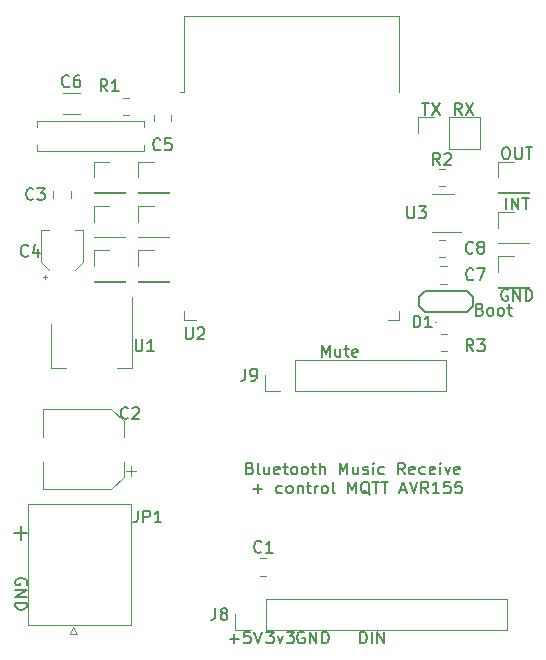
<source format=gbr>
%TF.GenerationSoftware,KiCad,Pcbnew,5.99.0-unknown-2b86b34124~125~ubuntu18.04.1*%
%TF.CreationDate,2021-04-08T16:17:32+02:00*%
%TF.ProjectId,controlAVR155,636f6e74-726f-46c4-9156-523135352e6b,rev?*%
%TF.SameCoordinates,Original*%
%TF.FileFunction,Legend,Top*%
%TF.FilePolarity,Positive*%
%FSLAX46Y46*%
G04 Gerber Fmt 4.6, Leading zero omitted, Abs format (unit mm)*
G04 Created by KiCad (PCBNEW 5.99.0-unknown-2b86b34124~125~ubuntu18.04.1) date 2021-04-08 16:17:32*
%MOMM*%
%LPD*%
G01*
G04 APERTURE LIST*
%ADD10C,0.150000*%
%ADD11C,0.120000*%
%ADD12C,0.100000*%
G04 APERTURE END LIST*
D10*
X146750000Y-76952380D02*
X146940476Y-76952380D01*
X147035714Y-77000000D01*
X147130952Y-77095238D01*
X147178571Y-77285714D01*
X147178571Y-77619047D01*
X147130952Y-77809523D01*
X147035714Y-77904761D01*
X146940476Y-77952380D01*
X146750000Y-77952380D01*
X146654761Y-77904761D01*
X146559523Y-77809523D01*
X146511904Y-77619047D01*
X146511904Y-77285714D01*
X146559523Y-77095238D01*
X146654761Y-77000000D01*
X146750000Y-76952380D01*
X147607142Y-76952380D02*
X147607142Y-77761904D01*
X147654761Y-77857142D01*
X147702380Y-77904761D01*
X147797619Y-77952380D01*
X147988095Y-77952380D01*
X148083333Y-77904761D01*
X148130952Y-77857142D01*
X148178571Y-77761904D01*
X148178571Y-76952380D01*
X148511904Y-76952380D02*
X149083333Y-76952380D01*
X148797619Y-77952380D02*
X148797619Y-76952380D01*
X123464285Y-118571428D02*
X124226190Y-118571428D01*
X123845238Y-118952380D02*
X123845238Y-118190476D01*
X125178571Y-117952380D02*
X124702380Y-117952380D01*
X124654761Y-118428571D01*
X124702380Y-118380952D01*
X124797619Y-118333333D01*
X125035714Y-118333333D01*
X125130952Y-118380952D01*
X125178571Y-118428571D01*
X125226190Y-118523809D01*
X125226190Y-118761904D01*
X125178571Y-118857142D01*
X125130952Y-118904761D01*
X125035714Y-118952380D01*
X124797619Y-118952380D01*
X124702380Y-118904761D01*
X124654761Y-118857142D01*
X125511904Y-117952380D02*
X125845238Y-118952380D01*
X126178571Y-117952380D01*
X146845238Y-82202380D02*
X146845238Y-81202380D01*
X147321428Y-82202380D02*
X147321428Y-81202380D01*
X147892857Y-82202380D01*
X147892857Y-81202380D01*
X148226190Y-81202380D02*
X148797619Y-81202380D01*
X148511904Y-82202380D02*
X148511904Y-81202380D01*
X143083333Y-74202380D02*
X142750000Y-73726190D01*
X142511904Y-74202380D02*
X142511904Y-73202380D01*
X142892857Y-73202380D01*
X142988095Y-73250000D01*
X143035714Y-73297619D01*
X143083333Y-73392857D01*
X143083333Y-73535714D01*
X143035714Y-73630952D01*
X142988095Y-73678571D01*
X142892857Y-73726190D01*
X142511904Y-73726190D01*
X143416666Y-73202380D02*
X144083333Y-74202380D01*
X144083333Y-73202380D02*
X143416666Y-74202380D01*
X131250000Y-94702380D02*
X131250000Y-93702380D01*
X131583333Y-94416666D01*
X131916666Y-93702380D01*
X131916666Y-94702380D01*
X132821428Y-94035714D02*
X132821428Y-94702380D01*
X132392857Y-94035714D02*
X132392857Y-94559523D01*
X132440476Y-94654761D01*
X132535714Y-94702380D01*
X132678571Y-94702380D01*
X132773809Y-94654761D01*
X132821428Y-94607142D01*
X133154761Y-94035714D02*
X133535714Y-94035714D01*
X133297619Y-93702380D02*
X133297619Y-94559523D01*
X133345238Y-94654761D01*
X133440476Y-94702380D01*
X133535714Y-94702380D01*
X134250000Y-94654761D02*
X134154761Y-94702380D01*
X133964285Y-94702380D01*
X133869047Y-94654761D01*
X133821428Y-94559523D01*
X133821428Y-94178571D01*
X133869047Y-94083333D01*
X133964285Y-94035714D01*
X134154761Y-94035714D01*
X134250000Y-94083333D01*
X134297619Y-94178571D01*
X134297619Y-94273809D01*
X133821428Y-94369047D01*
X105178571Y-109607142D02*
X106321428Y-109607142D01*
X105750000Y-110178571D02*
X105750000Y-109035714D01*
X129738095Y-118000000D02*
X129642857Y-117952380D01*
X129500000Y-117952380D01*
X129357142Y-118000000D01*
X129261904Y-118095238D01*
X129214285Y-118190476D01*
X129166666Y-118380952D01*
X129166666Y-118523809D01*
X129214285Y-118714285D01*
X129261904Y-118809523D01*
X129357142Y-118904761D01*
X129500000Y-118952380D01*
X129595238Y-118952380D01*
X129738095Y-118904761D01*
X129785714Y-118857142D01*
X129785714Y-118523809D01*
X129595238Y-118523809D01*
X130214285Y-118952380D02*
X130214285Y-117952380D01*
X130785714Y-118952380D01*
X130785714Y-117952380D01*
X131261904Y-118952380D02*
X131261904Y-117952380D01*
X131500000Y-117952380D01*
X131642857Y-118000000D01*
X131738095Y-118095238D01*
X131785714Y-118190476D01*
X131833333Y-118380952D01*
X131833333Y-118523809D01*
X131785714Y-118714285D01*
X131738095Y-118809523D01*
X131642857Y-118904761D01*
X131500000Y-118952380D01*
X131261904Y-118952380D01*
X134476190Y-118952380D02*
X134476190Y-117952380D01*
X134714285Y-117952380D01*
X134857142Y-118000000D01*
X134952380Y-118095238D01*
X135000000Y-118190476D01*
X135047619Y-118380952D01*
X135047619Y-118523809D01*
X135000000Y-118714285D01*
X134952380Y-118809523D01*
X134857142Y-118904761D01*
X134714285Y-118952380D01*
X134476190Y-118952380D01*
X135476190Y-118952380D02*
X135476190Y-117952380D01*
X135952380Y-118952380D02*
X135952380Y-117952380D01*
X136523809Y-118952380D01*
X136523809Y-117952380D01*
X126559523Y-117952380D02*
X127178571Y-117952380D01*
X126845238Y-118333333D01*
X126988095Y-118333333D01*
X127083333Y-118380952D01*
X127130952Y-118428571D01*
X127178571Y-118523809D01*
X127178571Y-118761904D01*
X127130952Y-118857142D01*
X127083333Y-118904761D01*
X126988095Y-118952380D01*
X126702380Y-118952380D01*
X126607142Y-118904761D01*
X126559523Y-118857142D01*
X127511904Y-118285714D02*
X127750000Y-118952380D01*
X127988095Y-118285714D01*
X128273809Y-117952380D02*
X128892857Y-117952380D01*
X128559523Y-118333333D01*
X128702380Y-118333333D01*
X128797619Y-118380952D01*
X128845238Y-118428571D01*
X128892857Y-118523809D01*
X128892857Y-118761904D01*
X128845238Y-118857142D01*
X128797619Y-118904761D01*
X128702380Y-118952380D01*
X128416666Y-118952380D01*
X128321428Y-118904761D01*
X128273809Y-118857142D01*
X125178571Y-104123571D02*
X125321428Y-104171190D01*
X125369047Y-104218809D01*
X125416666Y-104314047D01*
X125416666Y-104456904D01*
X125369047Y-104552142D01*
X125321428Y-104599761D01*
X125226190Y-104647380D01*
X124845238Y-104647380D01*
X124845238Y-103647380D01*
X125178571Y-103647380D01*
X125273809Y-103695000D01*
X125321428Y-103742619D01*
X125369047Y-103837857D01*
X125369047Y-103933095D01*
X125321428Y-104028333D01*
X125273809Y-104075952D01*
X125178571Y-104123571D01*
X124845238Y-104123571D01*
X125988095Y-104647380D02*
X125892857Y-104599761D01*
X125845238Y-104504523D01*
X125845238Y-103647380D01*
X126797619Y-103980714D02*
X126797619Y-104647380D01*
X126369047Y-103980714D02*
X126369047Y-104504523D01*
X126416666Y-104599761D01*
X126511904Y-104647380D01*
X126654761Y-104647380D01*
X126750000Y-104599761D01*
X126797619Y-104552142D01*
X127654761Y-104599761D02*
X127559523Y-104647380D01*
X127369047Y-104647380D01*
X127273809Y-104599761D01*
X127226190Y-104504523D01*
X127226190Y-104123571D01*
X127273809Y-104028333D01*
X127369047Y-103980714D01*
X127559523Y-103980714D01*
X127654761Y-104028333D01*
X127702380Y-104123571D01*
X127702380Y-104218809D01*
X127226190Y-104314047D01*
X127988095Y-103980714D02*
X128369047Y-103980714D01*
X128130952Y-103647380D02*
X128130952Y-104504523D01*
X128178571Y-104599761D01*
X128273809Y-104647380D01*
X128369047Y-104647380D01*
X128845238Y-104647380D02*
X128750000Y-104599761D01*
X128702380Y-104552142D01*
X128654761Y-104456904D01*
X128654761Y-104171190D01*
X128702380Y-104075952D01*
X128750000Y-104028333D01*
X128845238Y-103980714D01*
X128988095Y-103980714D01*
X129083333Y-104028333D01*
X129130952Y-104075952D01*
X129178571Y-104171190D01*
X129178571Y-104456904D01*
X129130952Y-104552142D01*
X129083333Y-104599761D01*
X128988095Y-104647380D01*
X128845238Y-104647380D01*
X129750000Y-104647380D02*
X129654761Y-104599761D01*
X129607142Y-104552142D01*
X129559523Y-104456904D01*
X129559523Y-104171190D01*
X129607142Y-104075952D01*
X129654761Y-104028333D01*
X129750000Y-103980714D01*
X129892857Y-103980714D01*
X129988095Y-104028333D01*
X130035714Y-104075952D01*
X130083333Y-104171190D01*
X130083333Y-104456904D01*
X130035714Y-104552142D01*
X129988095Y-104599761D01*
X129892857Y-104647380D01*
X129750000Y-104647380D01*
X130369047Y-103980714D02*
X130750000Y-103980714D01*
X130511904Y-103647380D02*
X130511904Y-104504523D01*
X130559523Y-104599761D01*
X130654761Y-104647380D01*
X130750000Y-104647380D01*
X131083333Y-104647380D02*
X131083333Y-103647380D01*
X131511904Y-104647380D02*
X131511904Y-104123571D01*
X131464285Y-104028333D01*
X131369047Y-103980714D01*
X131226190Y-103980714D01*
X131130952Y-104028333D01*
X131083333Y-104075952D01*
X132750000Y-104647380D02*
X132750000Y-103647380D01*
X133083333Y-104361666D01*
X133416666Y-103647380D01*
X133416666Y-104647380D01*
X134321428Y-103980714D02*
X134321428Y-104647380D01*
X133892857Y-103980714D02*
X133892857Y-104504523D01*
X133940476Y-104599761D01*
X134035714Y-104647380D01*
X134178571Y-104647380D01*
X134273809Y-104599761D01*
X134321428Y-104552142D01*
X134750000Y-104599761D02*
X134845238Y-104647380D01*
X135035714Y-104647380D01*
X135130952Y-104599761D01*
X135178571Y-104504523D01*
X135178571Y-104456904D01*
X135130952Y-104361666D01*
X135035714Y-104314047D01*
X134892857Y-104314047D01*
X134797619Y-104266428D01*
X134750000Y-104171190D01*
X134750000Y-104123571D01*
X134797619Y-104028333D01*
X134892857Y-103980714D01*
X135035714Y-103980714D01*
X135130952Y-104028333D01*
X135607142Y-104647380D02*
X135607142Y-103980714D01*
X135607142Y-103647380D02*
X135559523Y-103695000D01*
X135607142Y-103742619D01*
X135654761Y-103695000D01*
X135607142Y-103647380D01*
X135607142Y-103742619D01*
X136511904Y-104599761D02*
X136416666Y-104647380D01*
X136226190Y-104647380D01*
X136130952Y-104599761D01*
X136083333Y-104552142D01*
X136035714Y-104456904D01*
X136035714Y-104171190D01*
X136083333Y-104075952D01*
X136130952Y-104028333D01*
X136226190Y-103980714D01*
X136416666Y-103980714D01*
X136511904Y-104028333D01*
X138273809Y-104647380D02*
X137940476Y-104171190D01*
X137702380Y-104647380D02*
X137702380Y-103647380D01*
X138083333Y-103647380D01*
X138178571Y-103695000D01*
X138226190Y-103742619D01*
X138273809Y-103837857D01*
X138273809Y-103980714D01*
X138226190Y-104075952D01*
X138178571Y-104123571D01*
X138083333Y-104171190D01*
X137702380Y-104171190D01*
X139083333Y-104599761D02*
X138988095Y-104647380D01*
X138797619Y-104647380D01*
X138702380Y-104599761D01*
X138654761Y-104504523D01*
X138654761Y-104123571D01*
X138702380Y-104028333D01*
X138797619Y-103980714D01*
X138988095Y-103980714D01*
X139083333Y-104028333D01*
X139130952Y-104123571D01*
X139130952Y-104218809D01*
X138654761Y-104314047D01*
X139988095Y-104599761D02*
X139892857Y-104647380D01*
X139702380Y-104647380D01*
X139607142Y-104599761D01*
X139559523Y-104552142D01*
X139511904Y-104456904D01*
X139511904Y-104171190D01*
X139559523Y-104075952D01*
X139607142Y-104028333D01*
X139702380Y-103980714D01*
X139892857Y-103980714D01*
X139988095Y-104028333D01*
X140797619Y-104599761D02*
X140702380Y-104647380D01*
X140511904Y-104647380D01*
X140416666Y-104599761D01*
X140369047Y-104504523D01*
X140369047Y-104123571D01*
X140416666Y-104028333D01*
X140511904Y-103980714D01*
X140702380Y-103980714D01*
X140797619Y-104028333D01*
X140845238Y-104123571D01*
X140845238Y-104218809D01*
X140369047Y-104314047D01*
X141273809Y-104647380D02*
X141273809Y-103980714D01*
X141273809Y-103647380D02*
X141226190Y-103695000D01*
X141273809Y-103742619D01*
X141321428Y-103695000D01*
X141273809Y-103647380D01*
X141273809Y-103742619D01*
X141654761Y-103980714D02*
X141892857Y-104647380D01*
X142130952Y-103980714D01*
X142892857Y-104599761D02*
X142797619Y-104647380D01*
X142607142Y-104647380D01*
X142511904Y-104599761D01*
X142464285Y-104504523D01*
X142464285Y-104123571D01*
X142511904Y-104028333D01*
X142607142Y-103980714D01*
X142797619Y-103980714D01*
X142892857Y-104028333D01*
X142940476Y-104123571D01*
X142940476Y-104218809D01*
X142464285Y-104314047D01*
X125440476Y-105876428D02*
X126202380Y-105876428D01*
X125821428Y-106257380D02*
X125821428Y-105495476D01*
X127869047Y-106209761D02*
X127773809Y-106257380D01*
X127583333Y-106257380D01*
X127488095Y-106209761D01*
X127440476Y-106162142D01*
X127392857Y-106066904D01*
X127392857Y-105781190D01*
X127440476Y-105685952D01*
X127488095Y-105638333D01*
X127583333Y-105590714D01*
X127773809Y-105590714D01*
X127869047Y-105638333D01*
X128440476Y-106257380D02*
X128345238Y-106209761D01*
X128297619Y-106162142D01*
X128250000Y-106066904D01*
X128250000Y-105781190D01*
X128297619Y-105685952D01*
X128345238Y-105638333D01*
X128440476Y-105590714D01*
X128583333Y-105590714D01*
X128678571Y-105638333D01*
X128726190Y-105685952D01*
X128773809Y-105781190D01*
X128773809Y-106066904D01*
X128726190Y-106162142D01*
X128678571Y-106209761D01*
X128583333Y-106257380D01*
X128440476Y-106257380D01*
X129202380Y-105590714D02*
X129202380Y-106257380D01*
X129202380Y-105685952D02*
X129250000Y-105638333D01*
X129345238Y-105590714D01*
X129488095Y-105590714D01*
X129583333Y-105638333D01*
X129630952Y-105733571D01*
X129630952Y-106257380D01*
X129964285Y-105590714D02*
X130345238Y-105590714D01*
X130107142Y-105257380D02*
X130107142Y-106114523D01*
X130154761Y-106209761D01*
X130250000Y-106257380D01*
X130345238Y-106257380D01*
X130678571Y-106257380D02*
X130678571Y-105590714D01*
X130678571Y-105781190D02*
X130726190Y-105685952D01*
X130773809Y-105638333D01*
X130869047Y-105590714D01*
X130964285Y-105590714D01*
X131440476Y-106257380D02*
X131345238Y-106209761D01*
X131297619Y-106162142D01*
X131250000Y-106066904D01*
X131250000Y-105781190D01*
X131297619Y-105685952D01*
X131345238Y-105638333D01*
X131440476Y-105590714D01*
X131583333Y-105590714D01*
X131678571Y-105638333D01*
X131726190Y-105685952D01*
X131773809Y-105781190D01*
X131773809Y-106066904D01*
X131726190Y-106162142D01*
X131678571Y-106209761D01*
X131583333Y-106257380D01*
X131440476Y-106257380D01*
X132345238Y-106257380D02*
X132250000Y-106209761D01*
X132202380Y-106114523D01*
X132202380Y-105257380D01*
X133488095Y-106257380D02*
X133488095Y-105257380D01*
X133821428Y-105971666D01*
X134154761Y-105257380D01*
X134154761Y-106257380D01*
X135297619Y-106352619D02*
X135202380Y-106305000D01*
X135107142Y-106209761D01*
X134964285Y-106066904D01*
X134869047Y-106019285D01*
X134773809Y-106019285D01*
X134821428Y-106257380D02*
X134726190Y-106209761D01*
X134630952Y-106114523D01*
X134583333Y-105924047D01*
X134583333Y-105590714D01*
X134630952Y-105400238D01*
X134726190Y-105305000D01*
X134821428Y-105257380D01*
X135011904Y-105257380D01*
X135107142Y-105305000D01*
X135202380Y-105400238D01*
X135250000Y-105590714D01*
X135250000Y-105924047D01*
X135202380Y-106114523D01*
X135107142Y-106209761D01*
X135011904Y-106257380D01*
X134821428Y-106257380D01*
X135535714Y-105257380D02*
X136107142Y-105257380D01*
X135821428Y-106257380D02*
X135821428Y-105257380D01*
X136297619Y-105257380D02*
X136869047Y-105257380D01*
X136583333Y-106257380D02*
X136583333Y-105257380D01*
X137916666Y-105971666D02*
X138392857Y-105971666D01*
X137821428Y-106257380D02*
X138154761Y-105257380D01*
X138488095Y-106257380D01*
X138678571Y-105257380D02*
X139011904Y-106257380D01*
X139345238Y-105257380D01*
X140250000Y-106257380D02*
X139916666Y-105781190D01*
X139678571Y-106257380D02*
X139678571Y-105257380D01*
X140059523Y-105257380D01*
X140154761Y-105305000D01*
X140202380Y-105352619D01*
X140250000Y-105447857D01*
X140250000Y-105590714D01*
X140202380Y-105685952D01*
X140154761Y-105733571D01*
X140059523Y-105781190D01*
X139678571Y-105781190D01*
X141202380Y-106257380D02*
X140630952Y-106257380D01*
X140916666Y-106257380D02*
X140916666Y-105257380D01*
X140821428Y-105400238D01*
X140726190Y-105495476D01*
X140630952Y-105543095D01*
X142107142Y-105257380D02*
X141630952Y-105257380D01*
X141583333Y-105733571D01*
X141630952Y-105685952D01*
X141726190Y-105638333D01*
X141964285Y-105638333D01*
X142059523Y-105685952D01*
X142107142Y-105733571D01*
X142154761Y-105828809D01*
X142154761Y-106066904D01*
X142107142Y-106162142D01*
X142059523Y-106209761D01*
X141964285Y-106257380D01*
X141726190Y-106257380D01*
X141630952Y-106209761D01*
X141583333Y-106162142D01*
X143059523Y-105257380D02*
X142583333Y-105257380D01*
X142535714Y-105733571D01*
X142583333Y-105685952D01*
X142678571Y-105638333D01*
X142916666Y-105638333D01*
X143011904Y-105685952D01*
X143059523Y-105733571D01*
X143107142Y-105828809D01*
X143107142Y-106066904D01*
X143059523Y-106162142D01*
X143011904Y-106209761D01*
X142916666Y-106257380D01*
X142678571Y-106257380D01*
X142583333Y-106209761D01*
X142535714Y-106162142D01*
X106250000Y-113988095D02*
X106297619Y-113892857D01*
X106297619Y-113750000D01*
X106250000Y-113607142D01*
X106154761Y-113511904D01*
X106059523Y-113464285D01*
X105869047Y-113416666D01*
X105726190Y-113416666D01*
X105535714Y-113464285D01*
X105440476Y-113511904D01*
X105345238Y-113607142D01*
X105297619Y-113750000D01*
X105297619Y-113845238D01*
X105345238Y-113988095D01*
X105392857Y-114035714D01*
X105726190Y-114035714D01*
X105726190Y-113845238D01*
X105297619Y-114464285D02*
X106297619Y-114464285D01*
X105297619Y-115035714D01*
X106297619Y-115035714D01*
X105297619Y-115511904D02*
X106297619Y-115511904D01*
X106297619Y-115750000D01*
X106250000Y-115892857D01*
X106154761Y-115988095D01*
X106059523Y-116035714D01*
X105869047Y-116083333D01*
X105726190Y-116083333D01*
X105535714Y-116035714D01*
X105440476Y-115988095D01*
X105345238Y-115892857D01*
X105297619Y-115750000D01*
X105297619Y-115511904D01*
X146988095Y-89000000D02*
X146892857Y-88952380D01*
X146750000Y-88952380D01*
X146607142Y-89000000D01*
X146511904Y-89095238D01*
X146464285Y-89190476D01*
X146416666Y-89380952D01*
X146416666Y-89523809D01*
X146464285Y-89714285D01*
X146511904Y-89809523D01*
X146607142Y-89904761D01*
X146750000Y-89952380D01*
X146845238Y-89952380D01*
X146988095Y-89904761D01*
X147035714Y-89857142D01*
X147035714Y-89523809D01*
X146845238Y-89523809D01*
X147464285Y-89952380D02*
X147464285Y-88952380D01*
X148035714Y-89952380D01*
X148035714Y-88952380D01*
X148511904Y-89952380D02*
X148511904Y-88952380D01*
X148750000Y-88952380D01*
X148892857Y-89000000D01*
X148988095Y-89095238D01*
X149035714Y-89190476D01*
X149083333Y-89380952D01*
X149083333Y-89523809D01*
X149035714Y-89714285D01*
X148988095Y-89809523D01*
X148892857Y-89904761D01*
X148750000Y-89952380D01*
X148511904Y-89952380D01*
X139738095Y-73202380D02*
X140309523Y-73202380D01*
X140023809Y-74202380D02*
X140023809Y-73202380D01*
X140547619Y-73202380D02*
X141214285Y-74202380D01*
X141214285Y-73202380D02*
X140547619Y-74202380D01*
%TO.C,C3*%
X106833333Y-81307142D02*
X106785714Y-81354761D01*
X106642857Y-81402380D01*
X106547619Y-81402380D01*
X106404761Y-81354761D01*
X106309523Y-81259523D01*
X106261904Y-81164285D01*
X106214285Y-80973809D01*
X106214285Y-80830952D01*
X106261904Y-80640476D01*
X106309523Y-80545238D01*
X106404761Y-80450000D01*
X106547619Y-80402380D01*
X106642857Y-80402380D01*
X106785714Y-80450000D01*
X106833333Y-80497619D01*
X107166666Y-80402380D02*
X107785714Y-80402380D01*
X107452380Y-80783333D01*
X107595238Y-80783333D01*
X107690476Y-80830952D01*
X107738095Y-80878571D01*
X107785714Y-80973809D01*
X107785714Y-81211904D01*
X107738095Y-81307142D01*
X107690476Y-81354761D01*
X107595238Y-81402380D01*
X107309523Y-81402380D01*
X107214285Y-81354761D01*
X107166666Y-81307142D01*
%TO.C,*%
%TO.C,J9*%
X124766666Y-95702380D02*
X124766666Y-96416666D01*
X124719047Y-96559523D01*
X124623809Y-96654761D01*
X124480952Y-96702380D01*
X124385714Y-96702380D01*
X125290476Y-96702380D02*
X125480952Y-96702380D01*
X125576190Y-96654761D01*
X125623809Y-96607142D01*
X125719047Y-96464285D01*
X125766666Y-96273809D01*
X125766666Y-95892857D01*
X125719047Y-95797619D01*
X125671428Y-95750000D01*
X125576190Y-95702380D01*
X125385714Y-95702380D01*
X125290476Y-95750000D01*
X125242857Y-95797619D01*
X125195238Y-95892857D01*
X125195238Y-96130952D01*
X125242857Y-96226190D01*
X125290476Y-96273809D01*
X125385714Y-96321428D01*
X125576190Y-96321428D01*
X125671428Y-96273809D01*
X125719047Y-96226190D01*
X125766666Y-96130952D01*
%TO.C,J8*%
X122246666Y-115952380D02*
X122246666Y-116666666D01*
X122199047Y-116809523D01*
X122103809Y-116904761D01*
X121960952Y-116952380D01*
X121865714Y-116952380D01*
X122865714Y-116380952D02*
X122770476Y-116333333D01*
X122722857Y-116285714D01*
X122675238Y-116190476D01*
X122675238Y-116142857D01*
X122722857Y-116047619D01*
X122770476Y-116000000D01*
X122865714Y-115952380D01*
X123056190Y-115952380D01*
X123151428Y-116000000D01*
X123199047Y-116047619D01*
X123246666Y-116142857D01*
X123246666Y-116190476D01*
X123199047Y-116285714D01*
X123151428Y-116333333D01*
X123056190Y-116380952D01*
X122865714Y-116380952D01*
X122770476Y-116428571D01*
X122722857Y-116476190D01*
X122675238Y-116571428D01*
X122675238Y-116761904D01*
X122722857Y-116857142D01*
X122770476Y-116904761D01*
X122865714Y-116952380D01*
X123056190Y-116952380D01*
X123151428Y-116904761D01*
X123199047Y-116857142D01*
X123246666Y-116761904D01*
X123246666Y-116571428D01*
X123199047Y-116476190D01*
X123151428Y-116428571D01*
X123056190Y-116380952D01*
%TO.C,C4*%
X106383333Y-86107142D02*
X106335714Y-86154761D01*
X106192857Y-86202380D01*
X106097619Y-86202380D01*
X105954761Y-86154761D01*
X105859523Y-86059523D01*
X105811904Y-85964285D01*
X105764285Y-85773809D01*
X105764285Y-85630952D01*
X105811904Y-85440476D01*
X105859523Y-85345238D01*
X105954761Y-85250000D01*
X106097619Y-85202380D01*
X106192857Y-85202380D01*
X106335714Y-85250000D01*
X106383333Y-85297619D01*
X107240476Y-85535714D02*
X107240476Y-86202380D01*
X107002380Y-85154761D02*
X106764285Y-85869047D01*
X107383333Y-85869047D01*
%TO.C,U2*%
X119738095Y-92202380D02*
X119738095Y-93011904D01*
X119785714Y-93107142D01*
X119833333Y-93154761D01*
X119928571Y-93202380D01*
X120119047Y-93202380D01*
X120214285Y-93154761D01*
X120261904Y-93107142D01*
X120309523Y-93011904D01*
X120309523Y-92202380D01*
X120738095Y-92297619D02*
X120785714Y-92250000D01*
X120880952Y-92202380D01*
X121119047Y-92202380D01*
X121214285Y-92250000D01*
X121261904Y-92297619D01*
X121309523Y-92392857D01*
X121309523Y-92488095D01*
X121261904Y-92630952D01*
X120690476Y-93202380D01*
X121309523Y-93202380D01*
%TO.C,D1*%
X139011904Y-92202380D02*
X139011904Y-91202380D01*
X139250000Y-91202380D01*
X139392857Y-91250000D01*
X139488095Y-91345238D01*
X139535714Y-91440476D01*
X139583333Y-91630952D01*
X139583333Y-91773809D01*
X139535714Y-91964285D01*
X139488095Y-92059523D01*
X139392857Y-92154761D01*
X139250000Y-92202380D01*
X139011904Y-92202380D01*
X140535714Y-92202380D02*
X139964285Y-92202380D01*
X140250000Y-92202380D02*
X140250000Y-91202380D01*
X140154761Y-91345238D01*
X140059523Y-91440476D01*
X139964285Y-91488095D01*
%TO.C,C8*%
X144033333Y-85857142D02*
X143985714Y-85904761D01*
X143842857Y-85952380D01*
X143747619Y-85952380D01*
X143604761Y-85904761D01*
X143509523Y-85809523D01*
X143461904Y-85714285D01*
X143414285Y-85523809D01*
X143414285Y-85380952D01*
X143461904Y-85190476D01*
X143509523Y-85095238D01*
X143604761Y-85000000D01*
X143747619Y-84952380D01*
X143842857Y-84952380D01*
X143985714Y-85000000D01*
X144033333Y-85047619D01*
X144604761Y-85380952D02*
X144509523Y-85333333D01*
X144461904Y-85285714D01*
X144414285Y-85190476D01*
X144414285Y-85142857D01*
X144461904Y-85047619D01*
X144509523Y-85000000D01*
X144604761Y-84952380D01*
X144795238Y-84952380D01*
X144890476Y-85000000D01*
X144938095Y-85047619D01*
X144985714Y-85142857D01*
X144985714Y-85190476D01*
X144938095Y-85285714D01*
X144890476Y-85333333D01*
X144795238Y-85380952D01*
X144604761Y-85380952D01*
X144509523Y-85428571D01*
X144461904Y-85476190D01*
X144414285Y-85571428D01*
X144414285Y-85761904D01*
X144461904Y-85857142D01*
X144509523Y-85904761D01*
X144604761Y-85952380D01*
X144795238Y-85952380D01*
X144890476Y-85904761D01*
X144938095Y-85857142D01*
X144985714Y-85761904D01*
X144985714Y-85571428D01*
X144938095Y-85476190D01*
X144890476Y-85428571D01*
X144795238Y-85380952D01*
%TO.C,JP0*%
X144630952Y-90678571D02*
X144773809Y-90726190D01*
X144821428Y-90773809D01*
X144869047Y-90869047D01*
X144869047Y-91011904D01*
X144821428Y-91107142D01*
X144773809Y-91154761D01*
X144678571Y-91202380D01*
X144297619Y-91202380D01*
X144297619Y-90202380D01*
X144630952Y-90202380D01*
X144726190Y-90250000D01*
X144773809Y-90297619D01*
X144821428Y-90392857D01*
X144821428Y-90488095D01*
X144773809Y-90583333D01*
X144726190Y-90630952D01*
X144630952Y-90678571D01*
X144297619Y-90678571D01*
X145440476Y-91202380D02*
X145345238Y-91154761D01*
X145297619Y-91107142D01*
X145250000Y-91011904D01*
X145250000Y-90726190D01*
X145297619Y-90630952D01*
X145345238Y-90583333D01*
X145440476Y-90535714D01*
X145583333Y-90535714D01*
X145678571Y-90583333D01*
X145726190Y-90630952D01*
X145773809Y-90726190D01*
X145773809Y-91011904D01*
X145726190Y-91107142D01*
X145678571Y-91154761D01*
X145583333Y-91202380D01*
X145440476Y-91202380D01*
X146345238Y-91202380D02*
X146250000Y-91154761D01*
X146202380Y-91107142D01*
X146154761Y-91011904D01*
X146154761Y-90726190D01*
X146202380Y-90630952D01*
X146250000Y-90583333D01*
X146345238Y-90535714D01*
X146488095Y-90535714D01*
X146583333Y-90583333D01*
X146630952Y-90630952D01*
X146678571Y-90726190D01*
X146678571Y-91011904D01*
X146630952Y-91107142D01*
X146583333Y-91154761D01*
X146488095Y-91202380D01*
X146345238Y-91202380D01*
X146964285Y-90535714D02*
X147345238Y-90535714D01*
X147107142Y-90202380D02*
X147107142Y-91059523D01*
X147154761Y-91154761D01*
X147250000Y-91202380D01*
X147345238Y-91202380D01*
%TO.C,R2*%
X141245833Y-78452380D02*
X140912500Y-77976190D01*
X140674404Y-78452380D02*
X140674404Y-77452380D01*
X141055357Y-77452380D01*
X141150595Y-77500000D01*
X141198214Y-77547619D01*
X141245833Y-77642857D01*
X141245833Y-77785714D01*
X141198214Y-77880952D01*
X141150595Y-77928571D01*
X141055357Y-77976190D01*
X140674404Y-77976190D01*
X141626785Y-77547619D02*
X141674404Y-77500000D01*
X141769642Y-77452380D01*
X142007738Y-77452380D01*
X142102976Y-77500000D01*
X142150595Y-77547619D01*
X142198214Y-77642857D01*
X142198214Y-77738095D01*
X142150595Y-77880952D01*
X141579166Y-78452380D01*
X142198214Y-78452380D01*
%TO.C,U1*%
X115488095Y-93202380D02*
X115488095Y-94011904D01*
X115535714Y-94107142D01*
X115583333Y-94154761D01*
X115678571Y-94202380D01*
X115869047Y-94202380D01*
X115964285Y-94154761D01*
X116011904Y-94107142D01*
X116059523Y-94011904D01*
X116059523Y-93202380D01*
X117059523Y-94202380D02*
X116488095Y-94202380D01*
X116773809Y-94202380D02*
X116773809Y-93202380D01*
X116678571Y-93345238D01*
X116583333Y-93440476D01*
X116488095Y-93488095D01*
%TO.C,JP1*%
X115666666Y-107702380D02*
X115666666Y-108416666D01*
X115619047Y-108559523D01*
X115523809Y-108654761D01*
X115380952Y-108702380D01*
X115285714Y-108702380D01*
X116142857Y-108702380D02*
X116142857Y-107702380D01*
X116523809Y-107702380D01*
X116619047Y-107750000D01*
X116666666Y-107797619D01*
X116714285Y-107892857D01*
X116714285Y-108035714D01*
X116666666Y-108130952D01*
X116619047Y-108178571D01*
X116523809Y-108226190D01*
X116142857Y-108226190D01*
X117666666Y-108702380D02*
X117095238Y-108702380D01*
X117380952Y-108702380D02*
X117380952Y-107702380D01*
X117285714Y-107845238D01*
X117190476Y-107940476D01*
X117095238Y-107988095D01*
%TO.C,C5*%
X117583333Y-77107142D02*
X117535714Y-77154761D01*
X117392857Y-77202380D01*
X117297619Y-77202380D01*
X117154761Y-77154761D01*
X117059523Y-77059523D01*
X117011904Y-76964285D01*
X116964285Y-76773809D01*
X116964285Y-76630952D01*
X117011904Y-76440476D01*
X117059523Y-76345238D01*
X117154761Y-76250000D01*
X117297619Y-76202380D01*
X117392857Y-76202380D01*
X117535714Y-76250000D01*
X117583333Y-76297619D01*
X118488095Y-76202380D02*
X118011904Y-76202380D01*
X117964285Y-76678571D01*
X118011904Y-76630952D01*
X118107142Y-76583333D01*
X118345238Y-76583333D01*
X118440476Y-76630952D01*
X118488095Y-76678571D01*
X118535714Y-76773809D01*
X118535714Y-77011904D01*
X118488095Y-77107142D01*
X118440476Y-77154761D01*
X118345238Y-77202380D01*
X118107142Y-77202380D01*
X118011904Y-77154761D01*
X117964285Y-77107142D01*
%TO.C,U3*%
X138488095Y-81952380D02*
X138488095Y-82761904D01*
X138535714Y-82857142D01*
X138583333Y-82904761D01*
X138678571Y-82952380D01*
X138869047Y-82952380D01*
X138964285Y-82904761D01*
X139011904Y-82857142D01*
X139059523Y-82761904D01*
X139059523Y-81952380D01*
X139440476Y-81952380D02*
X140059523Y-81952380D01*
X139726190Y-82333333D01*
X139869047Y-82333333D01*
X139964285Y-82380952D01*
X140011904Y-82428571D01*
X140059523Y-82523809D01*
X140059523Y-82761904D01*
X140011904Y-82857142D01*
X139964285Y-82904761D01*
X139869047Y-82952380D01*
X139583333Y-82952380D01*
X139488095Y-82904761D01*
X139440476Y-82857142D01*
%TO.C,R1*%
X113083333Y-72202380D02*
X112750000Y-71726190D01*
X112511904Y-72202380D02*
X112511904Y-71202380D01*
X112892857Y-71202380D01*
X112988095Y-71250000D01*
X113035714Y-71297619D01*
X113083333Y-71392857D01*
X113083333Y-71535714D01*
X113035714Y-71630952D01*
X112988095Y-71678571D01*
X112892857Y-71726190D01*
X112511904Y-71726190D01*
X114035714Y-72202380D02*
X113464285Y-72202380D01*
X113750000Y-72202380D02*
X113750000Y-71202380D01*
X113654761Y-71345238D01*
X113559523Y-71440476D01*
X113464285Y-71488095D01*
%TO.C,C2*%
X114833333Y-99857142D02*
X114785714Y-99904761D01*
X114642857Y-99952380D01*
X114547619Y-99952380D01*
X114404761Y-99904761D01*
X114309523Y-99809523D01*
X114261904Y-99714285D01*
X114214285Y-99523809D01*
X114214285Y-99380952D01*
X114261904Y-99190476D01*
X114309523Y-99095238D01*
X114404761Y-99000000D01*
X114547619Y-98952380D01*
X114642857Y-98952380D01*
X114785714Y-99000000D01*
X114833333Y-99047619D01*
X115214285Y-99047619D02*
X115261904Y-99000000D01*
X115357142Y-98952380D01*
X115595238Y-98952380D01*
X115690476Y-99000000D01*
X115738095Y-99047619D01*
X115785714Y-99142857D01*
X115785714Y-99238095D01*
X115738095Y-99380952D01*
X115166666Y-99952380D01*
X115785714Y-99952380D01*
%TO.C,C7*%
X144083333Y-88107142D02*
X144035714Y-88154761D01*
X143892857Y-88202380D01*
X143797619Y-88202380D01*
X143654761Y-88154761D01*
X143559523Y-88059523D01*
X143511904Y-87964285D01*
X143464285Y-87773809D01*
X143464285Y-87630952D01*
X143511904Y-87440476D01*
X143559523Y-87345238D01*
X143654761Y-87250000D01*
X143797619Y-87202380D01*
X143892857Y-87202380D01*
X144035714Y-87250000D01*
X144083333Y-87297619D01*
X144416666Y-87202380D02*
X145083333Y-87202380D01*
X144654761Y-88202380D01*
%TO.C,C1*%
X126133333Y-111177142D02*
X126085714Y-111224761D01*
X125942857Y-111272380D01*
X125847619Y-111272380D01*
X125704761Y-111224761D01*
X125609523Y-111129523D01*
X125561904Y-111034285D01*
X125514285Y-110843809D01*
X125514285Y-110700952D01*
X125561904Y-110510476D01*
X125609523Y-110415238D01*
X125704761Y-110320000D01*
X125847619Y-110272380D01*
X125942857Y-110272380D01*
X126085714Y-110320000D01*
X126133333Y-110367619D01*
X127085714Y-111272380D02*
X126514285Y-111272380D01*
X126800000Y-111272380D02*
X126800000Y-110272380D01*
X126704761Y-110415238D01*
X126609523Y-110510476D01*
X126514285Y-110558095D01*
%TO.C,R3*%
X144083333Y-94202380D02*
X143750000Y-93726190D01*
X143511904Y-94202380D02*
X143511904Y-93202380D01*
X143892857Y-93202380D01*
X143988095Y-93250000D01*
X144035714Y-93297619D01*
X144083333Y-93392857D01*
X144083333Y-93535714D01*
X144035714Y-93630952D01*
X143988095Y-93678571D01*
X143892857Y-93726190D01*
X143511904Y-93726190D01*
X144416666Y-93202380D02*
X145035714Y-93202380D01*
X144702380Y-93583333D01*
X144845238Y-93583333D01*
X144940476Y-93630952D01*
X144988095Y-93678571D01*
X145035714Y-93773809D01*
X145035714Y-94011904D01*
X144988095Y-94107142D01*
X144940476Y-94154761D01*
X144845238Y-94202380D01*
X144559523Y-94202380D01*
X144464285Y-94154761D01*
X144416666Y-94107142D01*
%TO.C,C6*%
X109858333Y-71757142D02*
X109810714Y-71804761D01*
X109667857Y-71852380D01*
X109572619Y-71852380D01*
X109429761Y-71804761D01*
X109334523Y-71709523D01*
X109286904Y-71614285D01*
X109239285Y-71423809D01*
X109239285Y-71280952D01*
X109286904Y-71090476D01*
X109334523Y-70995238D01*
X109429761Y-70900000D01*
X109572619Y-70852380D01*
X109667857Y-70852380D01*
X109810714Y-70900000D01*
X109858333Y-70947619D01*
X110715476Y-70852380D02*
X110525000Y-70852380D01*
X110429761Y-70900000D01*
X110382142Y-70947619D01*
X110286904Y-71090476D01*
X110239285Y-71280952D01*
X110239285Y-71661904D01*
X110286904Y-71757142D01*
X110334523Y-71804761D01*
X110429761Y-71852380D01*
X110620238Y-71852380D01*
X110715476Y-71804761D01*
X110763095Y-71757142D01*
X110810714Y-71661904D01*
X110810714Y-71423809D01*
X110763095Y-71328571D01*
X110715476Y-71280952D01*
X110620238Y-71233333D01*
X110429761Y-71233333D01*
X110334523Y-71280952D01*
X110286904Y-71328571D01*
X110239285Y-71423809D01*
D11*
%TO.C,C3*%
X109985000Y-80688748D02*
X109985000Y-81211252D01*
X108515000Y-80688748D02*
X108515000Y-81211252D01*
%TO.C,J2*%
X111920000Y-80770000D02*
X111920000Y-80830000D01*
X111920000Y-79500000D02*
X111920000Y-78170000D01*
X111920000Y-80830000D02*
X114580000Y-80830000D01*
X111920000Y-78170000D02*
X113250000Y-78170000D01*
X114580000Y-80770000D02*
X114580000Y-80830000D01*
X111920000Y-80770000D02*
X114580000Y-80770000D01*
%TO.C,J10*%
X148830000Y-85020000D02*
X148830000Y-85080000D01*
X146170000Y-85020000D02*
X148830000Y-85020000D01*
X146170000Y-85080000D02*
X148830000Y-85080000D01*
X146170000Y-82420000D02*
X147500000Y-82420000D01*
X146170000Y-85020000D02*
X146170000Y-85080000D01*
X146170000Y-83750000D02*
X146170000Y-82420000D01*
%TO.C,J9*%
X141780000Y-97580000D02*
X141780000Y-94920000D01*
X126420000Y-97580000D02*
X126420000Y-96250000D01*
X129020000Y-97580000D02*
X141780000Y-97580000D01*
X129020000Y-94920000D02*
X141780000Y-94920000D01*
X127750000Y-97580000D02*
X126420000Y-97580000D01*
X129020000Y-97580000D02*
X129020000Y-94920000D01*
%TO.C,J3*%
X111920000Y-84580000D02*
X114580000Y-84580000D01*
X111920000Y-84520000D02*
X114580000Y-84520000D01*
X111920000Y-83250000D02*
X111920000Y-81920000D01*
X111920000Y-84520000D02*
X111920000Y-84580000D01*
X114580000Y-84520000D02*
X114580000Y-84580000D01*
X111920000Y-81920000D02*
X113250000Y-81920000D01*
%TO.C,J8*%
X126520000Y-117830000D02*
X126520000Y-115170000D01*
X126520000Y-117830000D02*
X146900000Y-117830000D01*
X146900000Y-117830000D02*
X146900000Y-115170000D01*
X126520000Y-115170000D02*
X146900000Y-115170000D01*
X123920000Y-117830000D02*
X123920000Y-116500000D01*
X125250000Y-117830000D02*
X123920000Y-117830000D01*
%TO.C,C4*%
X107627500Y-87937500D02*
X108002500Y-87937500D01*
X107490000Y-83990000D02*
X108190000Y-83990000D01*
X111010000Y-86620563D02*
X111010000Y-83990000D01*
X110310000Y-87320563D02*
X111010000Y-86620563D01*
X107490000Y-86620563D02*
X107490000Y-83990000D01*
X108190000Y-87320563D02*
X107490000Y-86620563D01*
X107815000Y-88125000D02*
X107815000Y-87750000D01*
X111010000Y-83990000D02*
X110310000Y-83990000D01*
%TO.C,SW1*%
X116170000Y-77250000D02*
X116170000Y-76750000D01*
X116170000Y-74750000D02*
X107170000Y-74750000D01*
X116170000Y-75250000D02*
X116170000Y-74750000D01*
X107170000Y-77250000D02*
X116170000Y-77250000D01*
X107170000Y-76750000D02*
X107170000Y-77250000D01*
X107170000Y-74750000D02*
X107170000Y-75250000D01*
%TO.C,U2*%
X137820000Y-65855000D02*
X137820000Y-72275000D01*
X119580000Y-91600000D02*
X120580000Y-91600000D01*
X137820000Y-90820000D02*
X137820000Y-91600000D01*
X119580000Y-65855000D02*
X137820000Y-65855000D01*
X119580000Y-72275000D02*
X119200000Y-72275000D01*
X137820000Y-91600000D02*
X136820000Y-91600000D01*
X119580000Y-65855000D02*
X119580000Y-72275000D01*
X119580000Y-90820000D02*
X119580000Y-91600000D01*
D12*
%TO.C,D1*%
X140960000Y-91750000D02*
G75*
G03*
X140960000Y-91750000I-50000J0D01*
G01*
D11*
%TO.C,C8*%
X141188748Y-86235000D02*
X141711252Y-86235000D01*
X141188748Y-84765000D02*
X141711252Y-84765000D01*
D10*
%TO.C,JP0*%
X144070000Y-89600000D02*
X144070000Y-90400000D01*
X144070000Y-90400000D02*
X143570000Y-90900000D01*
X139470000Y-89600000D02*
X139970000Y-89100000D01*
X143570000Y-90900000D02*
X139970000Y-90900000D01*
X143570000Y-89100000D02*
X144070000Y-89600000D01*
X139470000Y-90400000D02*
X139470000Y-89600000D01*
X139970000Y-90900000D02*
X139470000Y-90400000D01*
X139970000Y-89100000D02*
X143570000Y-89100000D01*
D11*
%TO.C,R2*%
X141185436Y-78765000D02*
X141639564Y-78765000D01*
X141185436Y-80235000D02*
X141639564Y-80235000D01*
%TO.C,J6*%
X115670000Y-88330000D02*
X118330000Y-88330000D01*
X115670000Y-87000000D02*
X115670000Y-85670000D01*
X115670000Y-85670000D02*
X117000000Y-85670000D01*
X115670000Y-88270000D02*
X118330000Y-88270000D01*
X115670000Y-88270000D02*
X115670000Y-88330000D01*
X118330000Y-88270000D02*
X118330000Y-88330000D01*
%TO.C,U1*%
X108340000Y-91900000D02*
X108340000Y-95660000D01*
X115160000Y-89650000D02*
X115160000Y-95660000D01*
X115160000Y-95660000D02*
X113900000Y-95660000D01*
X108340000Y-95660000D02*
X109600000Y-95660000D01*
%TO.C,JP1*%
X110200000Y-117587500D02*
X110500000Y-118187500D01*
X115110000Y-117387500D02*
X115110000Y-107167500D01*
X110500000Y-118187500D02*
X109900000Y-118187500D01*
X115110000Y-107167500D02*
X106390000Y-107167500D01*
X106390000Y-117387500D02*
X115110000Y-117387500D01*
X109900000Y-118187500D02*
X110200000Y-117587500D01*
X106390000Y-107167500D02*
X106390000Y-117387500D01*
%TO.C,J1*%
X115670000Y-80770000D02*
X118330000Y-80770000D01*
X115670000Y-80830000D02*
X118330000Y-80830000D01*
X115670000Y-80770000D02*
X115670000Y-80830000D01*
X118330000Y-80770000D02*
X118330000Y-80830000D01*
X115670000Y-78170000D02*
X117000000Y-78170000D01*
X115670000Y-79500000D02*
X115670000Y-78170000D01*
%TO.C,J11*%
X146170000Y-79500000D02*
X146170000Y-78170000D01*
X146170000Y-80830000D02*
X148830000Y-80830000D01*
X148830000Y-80770000D02*
X148830000Y-80830000D01*
X146170000Y-78170000D02*
X147500000Y-78170000D01*
X146170000Y-80770000D02*
X148830000Y-80770000D01*
X146170000Y-80770000D02*
X146170000Y-80830000D01*
%TO.C,C5*%
X117015000Y-74711252D02*
X117015000Y-74188748D01*
X118485000Y-74711252D02*
X118485000Y-74188748D01*
%TO.C,J7*%
X142020000Y-77055000D02*
X142020000Y-74395000D01*
X139420000Y-75725000D02*
X139420000Y-74395000D01*
X144620000Y-77055000D02*
X144620000Y-74395000D01*
X142020000Y-74395000D02*
X144620000Y-74395000D01*
X139420000Y-74395000D02*
X140750000Y-74395000D01*
X142020000Y-77055000D02*
X144620000Y-77055000D01*
%TO.C,U3*%
X142400000Y-80890000D02*
X140600000Y-80890000D01*
X140600000Y-84110000D02*
X143050000Y-84110000D01*
%TO.C,J4*%
X115670000Y-84520000D02*
X118330000Y-84520000D01*
X118330000Y-84520000D02*
X118330000Y-84580000D01*
X115670000Y-83250000D02*
X115670000Y-81920000D01*
X115670000Y-84580000D02*
X118330000Y-84580000D01*
X115670000Y-84520000D02*
X115670000Y-84580000D01*
X115670000Y-81920000D02*
X117000000Y-81920000D01*
%TO.C,R1*%
X114889564Y-72765000D02*
X114435436Y-72765000D01*
X114889564Y-74235000D02*
X114435436Y-74235000D01*
%TO.C,C2*%
X115093750Y-104741250D02*
X115093750Y-103953750D01*
X114460000Y-100154437D02*
X113395563Y-99090000D01*
X107640000Y-99090000D02*
X107640000Y-101440000D01*
X114460000Y-104845563D02*
X114460000Y-103560000D01*
X113395563Y-99090000D02*
X107640000Y-99090000D01*
X107640000Y-105910000D02*
X107640000Y-103560000D01*
X114460000Y-104845563D02*
X113395563Y-105910000D01*
X113395563Y-105910000D02*
X107640000Y-105910000D01*
X115487500Y-104347500D02*
X114700000Y-104347500D01*
X114460000Y-100154437D02*
X114460000Y-101440000D01*
%TO.C,C7*%
X141288748Y-87015000D02*
X141811252Y-87015000D01*
X141288748Y-88485000D02*
X141811252Y-88485000D01*
%TO.C,C1*%
X126038748Y-113235000D02*
X126561252Y-113235000D01*
X126038748Y-111765000D02*
X126561252Y-111765000D01*
%TO.C,J5*%
X111920000Y-88270000D02*
X114580000Y-88270000D01*
X111920000Y-88270000D02*
X111920000Y-88330000D01*
X111920000Y-87000000D02*
X111920000Y-85670000D01*
X111920000Y-88330000D02*
X114580000Y-88330000D01*
X114580000Y-88270000D02*
X114580000Y-88330000D01*
X111920000Y-85670000D02*
X113250000Y-85670000D01*
%TO.C,R3*%
X141814564Y-92765000D02*
X141360436Y-92765000D01*
X141814564Y-94235000D02*
X141360436Y-94235000D01*
%TO.C,J12*%
X146170000Y-88770000D02*
X148830000Y-88770000D01*
X146170000Y-88830000D02*
X148830000Y-88830000D01*
X146170000Y-87500000D02*
X146170000Y-86170000D01*
X148830000Y-88770000D02*
X148830000Y-88830000D01*
X146170000Y-88770000D02*
X146170000Y-88830000D01*
X146170000Y-86170000D02*
X147500000Y-86170000D01*
%TO.C,C6*%
X109313748Y-74160000D02*
X110736252Y-74160000D01*
X109313748Y-72340000D02*
X110736252Y-72340000D01*
%TD*%
M02*

</source>
